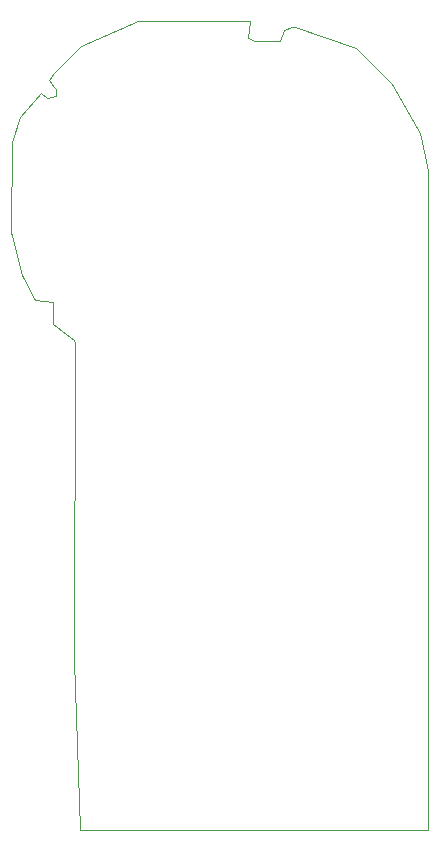
<source format=gm1>
%TF.GenerationSoftware,KiCad,Pcbnew,7.0.1*%
%TF.CreationDate,2023-04-13T23:50:02-04:00*%
%TF.ProjectId,YakBak-soldering-kit,59616b42-616b-42d7-936f-6c646572696e,rev?*%
%TF.SameCoordinates,Original*%
%TF.FileFunction,Profile,NP*%
%FSLAX46Y46*%
G04 Gerber Fmt 4.6, Leading zero omitted, Abs format (unit mm)*
G04 Created by KiCad (PCBNEW 7.0.1) date 2023-04-13 23:50:02*
%MOMM*%
%LPD*%
G01*
G04 APERTURE LIST*
%TA.AperFunction,Profile*%
%ADD10C,0.100000*%
%TD*%
G04 APERTURE END LIST*
D10*
X118860550Y-48287460D02*
X121930710Y-51306980D01*
X124268030Y-55456170D02*
X124750000Y-57423170D01*
X94332630Y-72523650D02*
X93231030Y-71675260D01*
X93231030Y-71675260D02*
X93199350Y-69803930D01*
X109738520Y-47427157D02*
X110353660Y-47679897D01*
X89671050Y-63871580D02*
X89745540Y-56224890D01*
X90469960Y-54124460D02*
X92194260Y-52098010D01*
X124750000Y-114500000D02*
X124982145Y-114500000D01*
X95559620Y-48118350D02*
X100407250Y-46025277D01*
X100407250Y-46025277D02*
X109889540Y-45991737D01*
X121930710Y-51306980D02*
X124268030Y-55456170D01*
X93500000Y-51750000D02*
X93265680Y-51569080D01*
X93265680Y-51569080D02*
X92901200Y-50984670D01*
X113456445Y-46526147D02*
X113670040Y-46526147D01*
X124982145Y-114500000D02*
X125000000Y-107874400D01*
X110353660Y-47679897D02*
X112412725Y-47679897D01*
X112810135Y-46787417D02*
X113456445Y-46526147D01*
X124750000Y-57423170D02*
X125000000Y-58711640D01*
X90623230Y-67465430D02*
X89671050Y-63871580D01*
X109889540Y-45991737D02*
X109738520Y-47427157D01*
X92194260Y-52098010D02*
X92750000Y-52500000D01*
X93199350Y-69803930D02*
X91723670Y-69653500D01*
X95750000Y-114500000D02*
X124750000Y-114500000D01*
X92901200Y-50984670D02*
X93320820Y-50387310D01*
X90623230Y-67465430D02*
X90623230Y-67465430D01*
X93500000Y-51750000D02*
X93484145Y-52320380D01*
X95468650Y-114500000D02*
X95750000Y-114500000D01*
X89745540Y-56224890D02*
X90469960Y-54124460D01*
X125000000Y-58711640D02*
X125000000Y-107874400D01*
X112412725Y-47679897D02*
X112810135Y-46787417D01*
X93320820Y-50387310D02*
X95559620Y-48118350D01*
X95000000Y-73000000D02*
X95055190Y-73296820D01*
X91723670Y-69653500D02*
X90623230Y-67465430D01*
X92750000Y-52500000D02*
X93484145Y-52320380D01*
X95468650Y-114500000D02*
X95031350Y-100087610D01*
X95031350Y-100087610D02*
X95055190Y-73296820D01*
X113670040Y-46526147D02*
X118860550Y-48287460D01*
X95000000Y-73000000D02*
X94332630Y-72523650D01*
M02*

</source>
